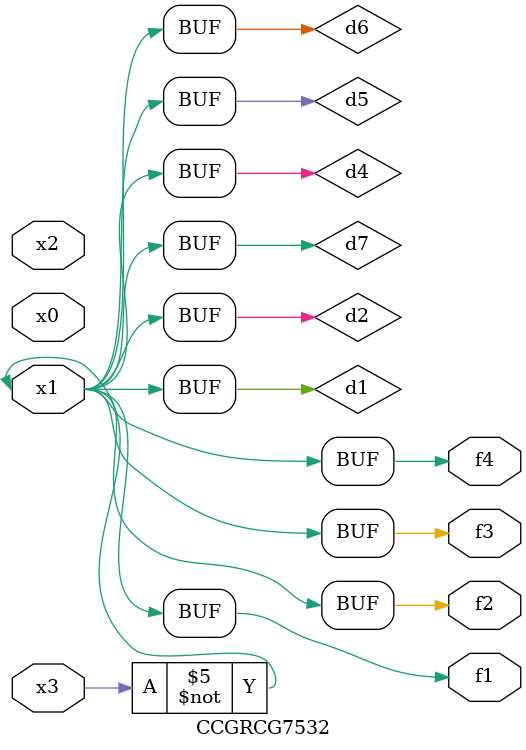
<source format=v>
module CCGRCG7532(
	input x0, x1, x2, x3,
	output f1, f2, f3, f4
);

	wire d1, d2, d3, d4, d5, d6, d7;

	not (d1, x3);
	buf (d2, x1);
	xnor (d3, d1, d2);
	nor (d4, d1);
	buf (d5, d1, d2);
	buf (d6, d4, d5);
	nand (d7, d4);
	assign f1 = d6;
	assign f2 = d7;
	assign f3 = d6;
	assign f4 = d6;
endmodule

</source>
